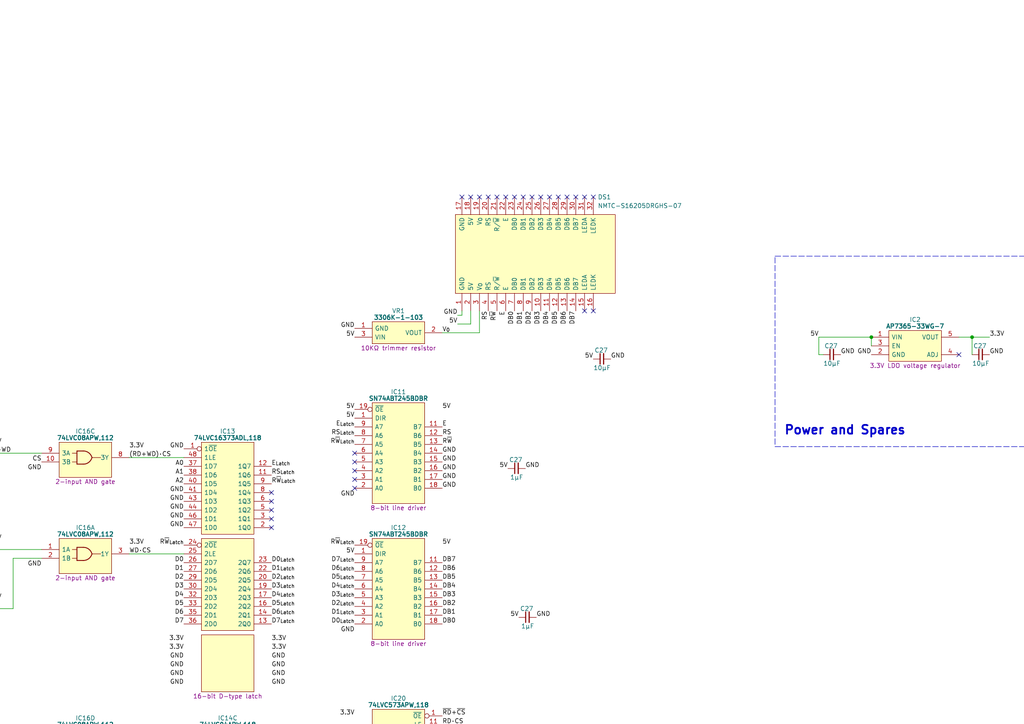
<source format=kicad_sch>
(kicad_sch (version 20230121) (generator eeschema)
  (paper "A4")
  (lib_symbols
    (symbol "Bourns:3306K-1-103" (pin_names (offset 0.762))
      (property "Reference" "VR" (at 12.7 5.08 0))
      (property "Value" "3306K-1-103" (at 12.7 3.175 0))
      (property "Description" "10KΩ trimmer resistor" (at 12.7 -5.715 0))
      (symbol "3306K-1-103_0_0"
        (pin passive line (at 0 0 0) (length 5.08) (name "GND") (number "1"))
        (pin passive line (at 25.4 -1.27 180) (length 5.08) (name "VOUT") (number "2"))
        (pin passive line (at 0 -2.54 0) (length 5.08) (name "VIN") (number "3"))
      )
      (symbol "3306K-1-103_0_1"
        (polyline (pts (xy 5.08 1.905) (xy 20.32 1.905) (xy 20.32 -4.445) (xy 5.08 -4.445) (xy 5.08 1.905)) (stroke (width 0.1524)) (fill (type background)))
      )
    )
    (symbol "C_0805_5" (pin_numbers hide) (pin_names (offset 0.254) hide)
      (property "Reference" "C" (at 2.286 2.54 0))
      (property "Value" "?μF" (at 2.54 -2.54 0))
      (symbol "C_0805_5_0_1"
        (polyline (pts (xy 1.9685 -1.4605) (xy 1.9685 1.5875)) (stroke (width 0.3048)))
        (polyline (pts (xy 2.9845 -1.4605) (xy 2.9845 1.5875)) (stroke (width 0.3302)))
      )
      (symbol "C_0805_5_1_1"
        (pin passive line (at 0 0 0) (length 2.032) (name "~") (number "1"))
        (pin passive line (at 5.08 0 180) (length 2.032) (name "~") (number "2"))
      )
    )
    (symbol "Connector:Conn_01x16_Pin" (pin_names (offset 1.016) hide)
      (property "Reference" "J" (at 0 20.32 0))
      (property "Value" "Conn_01x16_Pin" (at 0 -22.86 0))
      (symbol "Conn_01x16_Pin_1_1"
        (polyline (pts (xy 1.27 -20.32) (xy 0.8636 -20.32)) (stroke (width 0.1524)))
        (polyline (pts (xy 1.27 -17.78) (xy 0.8636 -17.78)) (stroke (width 0.1524)))
        (polyline (pts (xy 1.27 -15.24) (xy 0.8636 -15.24)) (stroke (width 0.1524)))
        (polyline (pts (xy 1.27 -12.7) (xy 0.8636 -12.7)) (stroke (width 0.1524)))
        (polyline (pts (xy 1.27 -10.16) (xy 0.8636 -10.16)) (stroke (width 0.1524)))
        (polyline (pts (xy 1.27 -7.62) (xy 0.8636 -7.62)) (stroke (width 0.1524)))
        (polyline (pts (xy 1.27 -5.08) (xy 0.8636 -5.08)) (stroke (width 0.1524)))
        (polyline (pts (xy 1.27 -2.54) (xy 0.8636 -2.54)) (stroke (width 0.1524)))
        (polyline (pts (xy 1.27 0) (xy 0.8636 0)) (stroke (width 0.1524)))
        (polyline (pts (xy 1.27 2.54) (xy 0.8636 2.54)) (stroke (width 0.1524)))
        (polyline (pts (xy 1.27 5.08) (xy 0.8636 5.08)) (stroke (width 0.1524)))
        (polyline (pts (xy 1.27 7.62) (xy 0.8636 7.62)) (stroke (width 0.1524)))
        (polyline (pts (xy 1.27 10.16) (xy 0.8636 10.16)) (stroke (width 0.1524)))
        (polyline (pts (xy 1.27 12.7) (xy 0.8636 12.7)) (stroke (width 0.1524)))
        (polyline (pts (xy 1.27 15.24) (xy 0.8636 15.24)) (stroke (width 0.1524)))
        (polyline (pts (xy 1.27 17.78) (xy 0.8636 17.78)) (stroke (width 0.1524)))
        (rectangle (start 0.8636 -20.193) (end 0 -20.447) (stroke (width 0.1524)) (fill (type outline)))
        (rectangle (start 0.8636 -17.653) (end 0 -17.907) (stroke (width 0.1524)) (fill (type outline)))
        (rectangle (start 0.8636 -15.113) (end 0 -15.367) (stroke (width 0.1524)) (fill (type outline)))
        (rectangle (start 0.8636 -12.573) (end 0 -12.827) (stroke (width 0.1524)) (fill (type outline)))
        (rectangle (start 0.8636 -10.033) (end 0 -10.287) (stroke (width 0.1524)) (fill (type outline)))
        (rectangle (start 0.8636 -7.493) (end 0 -7.747) (stroke (width 0.1524)) (fill (type outline)))
        (rectangle (start 0.8636 -4.953) (end 0 -5.207) (stroke (width 0.1524)) (fill (type outline)))
        (rectangle (start 0.8636 -2.413) (end 0 -2.667) (stroke (width 0.1524)) (fill (type outline)))
        (rectangle (start 0.8636 0.127) (end 0 -0.127) (stroke (width 0.1524)) (fill (type outline)))
        (rectangle (start 0.8636 2.667) (end 0 2.413) (stroke (width 0.1524)) (fill (type outline)))
        (rectangle (start 0.8636 5.207) (end 0 4.953) (stroke (width 0.1524)) (fill (type outline)))
        (rectangle (start 0.8636 7.747) (end 0 7.493) (stroke (width 0.1524)) (fill (type outline)))
        (rectangle (start 0.8636 10.287) (end 0 10.033) (stroke (width 0.1524)) (fill (type outline)))
        (rectangle (start 0.8636 12.827) (end 0 12.573) (stroke (width 0.1524)) (fill (type outline)))
        (rectangle (start 0.8636 15.367) (end 0 15.113) (stroke (width 0.1524)) (fill (type outline)))
        (rectangle (start 0.8636 17.907) (end 0 17.653) (stroke (width 0.1524)) (fill (type outline)))
        (pin passive line (at 5.08 17.78 180) (length 3.81) (name "Pin_1") (number "1"))
        (pin passive line (at 5.08 -5.08 180) (length 3.81) (name "Pin_10") (number "10"))
        (pin passive line (at 5.08 -7.62 180) (length 3.81) (name "Pin_11") (number "11"))
        (pin passive line (at 5.08 -10.16 180) (length 3.81) (name "Pin_12") (number "12"))
        (pin passive line (at 5.08 -12.7 180) (length 3.81) (name "Pin_13") (number "13"))
        (pin passive line (at 5.08 -15.24 180) (length 3.81) (name "Pin_14") (number "14"))
        (pin passive line (at 5.08 -17.78 180) (length 3.81) (name "Pin_15") (number "15"))
        (pin passive line (at 5.08 -20.32 180) (length 3.81) (name "Pin_16") (number "16"))
        (pin passive line (at 5.08 15.24 180) (length 3.81) (name "Pin_2") (number "2"))
        (pin passive line (at 5.08 12.7 180) (length 3.81) (name "Pin_3") (number "3"))
        (pin passive line (at 5.08 10.16 180) (length 3.81) (name "Pin_4") (number "4"))
        (pin passive line (at 5.08 7.62 180) (length 3.81) (name "Pin_5") (number "5"))
        (pin passive line (at 5.08 5.08 180) (length 3.81) (name "Pin_6") (number "6"))
        (pin passive line (at 5.08 2.54 180) (length 3.81) (name "Pin_7") (number "7"))
        (pin passive line (at 5.08 0 180) (length 3.81) (name "Pin_8") (number "8"))
        (pin passive line (at 5.08 -2.54 180) (length 3.81) (name "Pin_9") (number "9"))
      )
    )
    (symbol "Diodes_Inc:AP7365-33WG-7" (pin_names (offset 0.762))
      (property "Reference" "IC" (at 12.7 5.08 0))
      (property "Value" "AP7365-33WG-7" (at 12.7 3.175 0))
      (property "Description" "3.3V LDO voltage regulator" (at 12.7 -8.255 0))
      (symbol "AP7365-33WG-7_0_0"
        (pin passive line (at 0 0 0) (length 5.08) (name "VIN") (number "1"))
        (pin passive line (at 0 -5.08 0) (length 5.08) (name "GND") (number "2"))
        (pin input line (at 0 -2.54 0) (length 5.08) (name "EN") (number "3"))
        (pin passive line (at 25.4 -5.08 180) (length 5.08) (name "ADJ") (number "4"))
        (pin passive line (at 25.4 0 180) (length 5.08) (name "VOUT") (number "5"))
      )
      (symbol "AP7365-33WG-7_0_1"
        (polyline (pts (xy 5.08 1.905) (xy 20.32 1.905) (xy 20.32 -6.985) (xy 5.08 -6.985) (xy 5.08 1.905)) (fill (type background)))
      )
    )
    (symbol "NMTC:NMTC-S16205DRGHS-07" (pin_names (offset 0.762))
      (property "Reference" "DS" (at 35.56 -21.59 0))
      (property "Value" "NMTC-S16205DRGHS-07" (at 35.56 -24.13 0))
      (symbol "NMTC-S16205DRGHS-07_0_0"
        (pin passive line (at -3.81 -54.61 90) (length 5.08) (name "GND") (number "1"))
        (pin bidirectional line (at 19.05 -54.61 90) (length 5.08) (name "DB3") (number "10"))
        (pin bidirectional line (at 21.59 -54.61 90) (length 5.08) (name "DB4") (number "11"))
        (pin bidirectional line (at 24.13 -54.61 90) (length 5.08) (name "DB5") (number "12"))
        (pin bidirectional line (at 26.67 -54.61 90) (length 5.08) (name "DB6") (number "13"))
        (pin bidirectional line (at 29.21 -54.61 90) (length 5.08) (name "DB7") (number "14"))
        (pin passive line (at 31.75 -54.61 90) (length 5.08) (name "LEDA") (number "15"))
        (pin passive line (at 34.29 -54.61 90) (length 5.08) (name "LEDK") (number "16"))
        (pin passive line (at -3.81 -21.59 270) (length 5.08) (name "GND") (number "17"))
        (pin passive line (at -1.27 -21.59 270) (length 5.08) (name "5V") (number "18"))
        (pin passive line (at 1.27 -21.59 270) (length 5.08) (name "V_{O}") (number "19"))
        (pin passive line (at -1.27 -54.61 90) (length 5.08) (name "5V") (number "2"))
        (pin input line (at 3.81 -21.59 270) (length 5.08) (name "RS") (number "20"))
        (pin input line (at 6.35 -21.59 270) (length 5.08) (name "R/~{W}") (number "21"))
        (pin input line (at 8.89 -21.59 270) (length 5.08) (name "E") (number "22"))
        (pin bidirectional line (at 11.43 -21.59 270) (length 5.08) (name "DB0") (number "23"))
        (pin bidirectional line (at 13.97 -21.59 270) (length 5.08) (name "DB1") (number "24"))
        (pin bidirectional line (at 16.51 -21.59 270) (length 5.08) (name "DB2") (number "25"))
        (pin bidirectional line (at 19.05 -21.59 270) (length 5.08) (name "DB3") (number "26"))
        (pin bidirectional line (at 21.59 -21.59 270) (length 5.08) (name "DB4") (number "27"))
        (pin bidirectional line (at 24.13 -21.59 270) (length 5.08) (name "DB5") (number "28"))
        (pin bidirectional line (at 26.67 -21.59 270) (length 5.08) (name "DB6") (number "29"))
        (pin passive line (at 1.27 -54.61 90) (length 5.08) (name "V_{O}") (number "3"))
        (pin bidirectional line (at 29.21 -21.59 270) (length 5.08) (name "DB7") (number "30"))
        (pin passive line (at 31.75 -21.59 270) (length 5.08) (name "LEDA") (number "31"))
        (pin passive line (at 34.29 -21.59 270) (length 5.08) (name "LEDK") (number "32"))
        (pin input line (at 3.81 -54.61 90) (length 5.08) (name "RS") (number "4"))
        (pin input line (at 6.35 -54.61 90) (length 5.08) (name "R/~{W}") (number "5"))
        (pin input line (at 8.89 -54.61 90) (length 5.08) (name "E") (number "6"))
        (pin bidirectional line (at 11.43 -54.61 90) (length 5.08) (name "DB0") (number "7"))
        (pin bidirectional line (at 13.97 -54.61 90) (length 5.08) (name "DB1") (number "8"))
        (pin bidirectional line (at 16.51 -54.61 90) (length 5.08) (name "DB2") (number "9"))
      )
      (symbol "NMTC-S16205DRGHS-07_0_1"
        (polyline (pts (xy -5.715 -49.53) (xy -5.715 -26.67) (xy 40.64 -26.67) (xy 40.64 -49.53) (xy -5.715 -49.53)) (stroke (width 0.1524)) (fill (type background)))
      )
    )
    (symbol "Nexperia:74LVC04APW,118_Multi" (pin_names (offset 0.762))
      (property "Reference" "IC" (at 12.7 7.62 0))
      (property "Value" "74LVC04APW,118" (at 12.7 5.715 0))
      (property "Description" "6-input inverter" (at 12.7 -5.715 0))
      (symbol "74LVC04APW,118_Multi_0_0"
        (pin passive line (at 25.4 2.54 180) (length 5.08) hide (name "3V") (number "14"))
        (pin passive line (at 0 -2.54 0) (length 5.08) hide (name "GND") (number "7"))
      )
      (symbol "74LVC04APW,118_Multi_0_1"
        (polyline (pts (xy 9.525 0) (xy 10.7949 0)))
        (polyline (pts (xy 14.351 0) (xy 15.875 0)))
        (polyline (pts (xy 10.795 -1.016) (xy 13.335 0) (xy 10.795 1.016)) (stroke (width 0.254)))
        (polyline (pts (xy 5.08 4.445) (xy 20.32 4.445) (xy 20.32 -4.445) (xy 5.08 -4.445) (xy 5.08 4.445)) (stroke (width 0.1524)) (fill (type background)))
        (rectangle (start 10.795 1.016) (end 10.795 -1.016) (stroke (width 0.254)) (fill (type background)))
        (circle (center 13.843 0) (radius 0.508) (stroke (width 0.254)))
      )
      (symbol "74LVC04APW,118_Multi_1_0"
        (pin input line (at 0 0 0) (length 5.08) (name "1A") (number "1"))
        (pin output inverted (at 25.4 0 180) (length 5.08) (name "1Y") (number "2"))
      )
      (symbol "74LVC04APW,118_Multi_2_0"
        (pin input line (at 0 0 0) (length 5.08) (name "2A") (number "3"))
        (pin output inverted (at 25.4 0 180) (length 5.08) (name "2Y") (number "4"))
      )
      (symbol "74LVC04APW,118_Multi_3_0"
        (pin input line (at 0 0 0) (length 5.08) (name "3A") (number "5"))
        (pin output inverted (at 25.4 0 180) (length 5.08) (name "3Y") (number "6"))
      )
      (symbol "74LVC04APW,118_Multi_4_0"
        (pin output inverted (at 25.4 0 180) (length 5.08) (name "4Y") (number "8"))
        (pin input line (at 0 0 0) (length 5.08) (name "4A") (number "9"))
      )
      (symbol "74LVC04APW,118_Multi_5_0"
        (pin output inverted (at 25.4 0 180) (length 5.08) (name "5Y") (number "10"))
        (pin input line (at 0 0 0) (length 5.08) (name "5A") (number "11"))
      )
      (symbol "74LVC04APW,118_Multi_6_0"
        (pin output inverted (at 25.4 0 180) (length 5.08) (name "6Y") (number "12"))
        (pin input line (at 0 0 0) (length 5.08) (name "6A") (number "13"))
      )
    )
    (symbol "Nexperia:74LVC08APW,112_Multi" (pin_names (offset 0.762))
      (property "Reference" "IC" (at 12.7 6.35 0))
      (property "Value" "74LVC08APW,112" (at 12.7 4.445 0))
      (property "Description" "2-input AND gate" (at 12.7 -8.255 0))
      (symbol "74LVC08APW,112_Multi_0_0"
        (pin passive line (at 25.4 1.27 180) (length 5.08) hide (name "3V") (number "14"))
        (pin passive line (at 0 -5.08 0) (length 5.08) hide (name "GND") (number "7"))
      )
      (symbol "74LVC08APW,112_Multi_0_1"
        (polyline (pts (xy 8.89 -2.54) (xy 10.1599 -2.54)))
        (polyline (pts (xy 8.89 0) (xy 10.1599 0)))
        (polyline (pts (xy 10.248 0.635) (xy 10.248 -3.175)) (stroke (width 0.254)) (fill (type background)))
        (polyline (pts (xy 12.065 -3.175) (xy 10.248 -3.175)) (stroke (width 0.254)) (fill (type background)))
        (polyline (pts (xy 12.065 0.635) (xy 10.248 0.635)) (stroke (width 0.254)) (fill (type background)))
        (polyline (pts (xy 14.605 -1.27) (xy 17.145 -1.27)))
        (polyline (pts (xy 5.08 3.175) (xy 20.32 3.175) (xy 20.32 -6.985) (xy 5.08 -6.985) (xy 5.08 3.175)) (stroke (width 0.1524)) (fill (type background)))
        (arc (start 12.065 -3.175) (mid 13.6634 -2.6604) (end 14.605 -1.27) (stroke (width 0.254)))
        (arc (start 14.605 -1.27) (mid 13.6646 0.122) (end 12.065 0.635) (stroke (width 0.254)))
      )
      (symbol "74LVC08APW,112_Multi_1_0"
        (pin input line (at 0 0 0) (length 5.08) (name "1A") (number "1"))
        (pin input line (at 0 -2.54 0) (length 5.08) (name "1B") (number "2"))
        (pin passive line (at 25.4 -1.27 180) (length 5.08) (name "1Y") (number "3"))
      )
      (symbol "74LVC08APW,112_Multi_2_0"
        (pin input line (at 0 0 0) (length 5.08) (name "2A") (number "4"))
        (pin input line (at 0 -2.54 0) (length 5.08) (name "2B") (number "5"))
        (pin output line (at 25.4 -1.27 180) (length 5.08) (name "2Y") (number "6"))
      )
      (symbol "74LVC08APW,112_Multi_3_0"
        (pin input line (at 0 -2.54 0) (length 5.08) (name "3B") (number "10"))
        (pin output line (at 25.4 -1.27 180) (length 5.08) (name "3Y") (number "8"))
        (pin input line (at 0 0 0) (length 5.08) (name "3A") (number "9"))
      )
      (symbol "74LVC08APW,112_Multi_4_0"
        (pin output line (at 25.4 -1.27 180) (length 5.08) (name "4Y") (number "11"))
        (pin input line (at 0 0 0) (length 5.08) (name "4A") (number "12"))
        (pin input line (at 0 -2.54 0) (length 5.08) (name "4B") (number "13"))
      )
    )
    (symbol "Nexperia:74LVC16373ADL,118" (pin_names (offset 0.762))
      (property "Reference" "IC" (at 12.7 5.08 0))
      (property "Value" "74LVC16373ADL,118" (at 12.7 3.175 0))
      (property "Description" "16-bit D-type latch" (at 12.7 -71.755 0))
      (symbol "74LVC16373ADL,118_0_0"
        (pin input inverted (at 0 0 0) (length 5.08) (name "1~{OE}") (number "1"))
        (pin tri_state line (at 25.4 -7.62 180) (length 5.08) (name "1Q6") (number "11"))
        (pin tri_state line (at 25.4 -5.08 180) (length 5.08) (name "1Q7") (number "12"))
        (pin tri_state line (at 25.4 -50.8 180) (length 5.08) (name "2Q0") (number "13"))
        (pin tri_state line (at 25.4 -48.26 180) (length 5.08) (name "2Q1") (number "14"))
        (pin tri_state line (at 25.4 -45.72 180) (length 5.08) (name "2Q2") (number "16"))
        (pin tri_state line (at 25.4 -43.18 180) (length 5.08) (name "2Q3") (number "17"))
        (pin tri_state line (at 25.4 -40.64 180) (length 5.08) (name "2Q4") (number "19"))
        (pin tri_state line (at 25.4 -22.86 180) (length 5.08) (name "1Q0") (number "2"))
        (pin tri_state line (at 25.4 -38.1 180) (length 5.08) (name "2Q5") (number "20"))
        (pin tri_state line (at 25.4 -35.56 180) (length 5.08) (name "2Q6") (number "22"))
        (pin tri_state line (at 25.4 -33.02 180) (length 5.08) (name "2Q7") (number "23"))
        (pin input inverted (at 0 -27.94 0) (length 5.08) (name "2~{OE}") (number "24"))
        (pin input line (at 0 -30.48 0) (length 5.08) (name "2LE") (number "25"))
        (pin input line (at 0 -33.02 0) (length 5.08) (name "2D7") (number "26"))
        (pin input line (at 0 -35.56 0) (length 5.08) (name "2D6") (number "27"))
        (pin input line (at 0 -38.1 0) (length 5.08) (name "2D5") (number "29"))
        (pin tri_state line (at 25.4 -20.32 180) (length 5.08) (name "1Q1") (number "3"))
        (pin input line (at 0 -40.64 0) (length 5.08) (name "2D4") (number "30"))
        (pin input line (at 0 -43.18 0) (length 5.08) (name "2D3") (number "32"))
        (pin input line (at 0 -45.72 0) (length 5.08) (name "2D2") (number "33"))
        (pin input line (at 0 -48.26 0) (length 5.08) (name "2D1") (number "35"))
        (pin input line (at 0 -50.8 0) (length 5.08) (name "2D0") (number "36"))
        (pin input line (at 0 -5.08 0) (length 5.08) (name "1D7") (number "37"))
        (pin input line (at 0 -10.16 0) (length 5.08) (name "1D5") (number "40"))
        (pin input line (at 0 -12.7 0) (length 5.08) (name "1D4") (number "41"))
        (pin input line (at 0 -15.24 0) (length 5.08) (name "1D3") (number "43"))
        (pin input line (at 0 -17.78 0) (length 5.08) (name "1D2") (number "44"))
        (pin input line (at 0 -20.32 0) (length 5.08) (name "1D1") (number "46"))
        (pin input line (at 0 -22.86 0) (length 5.08) (name "1D0") (number "47"))
        (pin input line (at 0 -2.54 0) (length 5.08) (name "1LE") (number "48"))
        (pin tri_state line (at 25.4 -17.78 180) (length 5.08) (name "1Q2") (number "5"))
        (pin tri_state line (at 25.4 -15.24 180) (length 5.08) (name "1Q3") (number "6"))
        (pin tri_state line (at 25.4 -12.7 180) (length 5.08) (name "1Q4") (number "8"))
        (pin tri_state line (at 25.4 -10.16 180) (length 5.08) (name "1Q5") (number "9"))
      )
      (symbol "74LVC16373ADL,118_0_1"
        (polyline (pts (xy 5.08 -53.975) (xy 20.32 -53.975) (xy 20.32 -70.485) (xy 5.08 -70.485) (xy 5.08 -53.975)) (stroke (width 0.1524)) (fill (type background)))
        (polyline (pts (xy 5.08 -26.035) (xy 20.32 -26.035) (xy 20.32 -52.705) (xy 5.08 -52.705) (xy 5.08 -26.035)) (stroke (width 0.1524)) (fill (type background)))
        (polyline (pts (xy 5.08 1.905) (xy 20.32 1.905) (xy 20.32 -24.765) (xy 5.08 -24.765) (xy 5.08 1.905)) (stroke (width 0.1524)) (fill (type background)))
      )
      (symbol "74LVC16373ADL,118_1_0"
        (pin passive line (at 0 -63.5 0) (length 5.08) hide (name "GND") (number "10"))
        (pin passive line (at 0 -66.04 0) (length 5.08) hide (name "GND") (number "15"))
        (pin passive line (at 0 -58.42 0) (length 5.08) hide (name "3V") (number "18"))
        (pin passive line (at 0 -68.58 0) (length 5.08) hide (name "GND") (number "21"))
        (pin passive line (at 25.4 -68.58 180) (length 5.08) hide (name "GND") (number "28"))
        (pin passive line (at 25.4 -58.42 180) (length 5.08) hide (name "3V") (number "31"))
        (pin passive line (at 25.4 -66.04 180) (length 5.08) hide (name "GND") (number "34"))
        (pin input line (at 0 -7.62 0) (length 5.08) (name "1D6") (number "38"))
        (pin passive line (at 25.4 -63.5 180) (length 5.08) hide (name "GND") (number "39"))
        (pin passive line (at 0 -60.96 0) (length 5.08) hide (name "GND") (number "4"))
        (pin passive line (at 25.4 -55.88 180) (length 5.08) hide (name "3V") (number "42"))
        (pin passive line (at 25.4 -60.96 180) (length 5.08) hide (name "GND") (number "45"))
        (pin passive line (at 0 -55.88 0) (length 5.08) hide (name "3V") (number "7"))
      )
    )
    (symbol "Nexperia:74LVC573APW,118" (pin_names (offset 0.762))
      (property "Reference" "IC" (at 12.7 5.08 0))
      (property "Value" "74LVC573APW,118" (at 12.7 3.175 0))
      (property "Description" "8-bit D-type latch" (at 12.7 -28.575 0))
      (symbol "74LVC573APW,118_0_0"
        (pin input inverted (at 0 0 0) (length 5.08) (name "~{OE}") (number "1"))
        (pin passive line (at 0 -25.4 0) (length 5.08) hide (name "GND") (number "10"))
        (pin input line (at 0 -2.54 0) (length 5.08) (name "LE") (number "11"))
        (pin tri_state line (at 25.4 -5.08 180) (length 5.08) (name "Q7") (number "12"))
        (pin tri_state line (at 25.4 -7.62 180) (length 5.08) (name "Q6") (number "13"))
        (pin tri_state line (at 25.4 -10.16 180) (length 5.08) (name "Q5") (number "14"))
        (pin tri_state line (at 25.4 -12.7 180) (length 5.08) (name "Q4") (number "15"))
        (pin tri_state line (at 25.4 -15.24 180) (length 5.08) (name "Q3") (number "16"))
        (pin tri_state line (at 25.4 -17.78 180) (length 5.08) (name "Q2") (number "17"))
        (pin tri_state line (at 25.4 -20.32 180) (length 5.08) (name "Q1") (number "18"))
        (pin tri_state line (at 25.4 -22.86 180) (length 5.08) (name "Q0") (number "19"))
        (pin input line (at 0 -22.86 0) (length 5.08) (name "D0") (number "2"))
        (pin passive line (at 25.4 0 180) (length 5.08) hide (name "3V") (number "20"))
        (pin input line (at 0 -20.32 0) (length 5.08) (name "D1") (number "3"))
        (pin input line (at 0 -17.78 0) (length 5.08) (name "D2") (number "4"))
        (pin input line (at 0 -15.24 0) (length 5.08) (name "D3") (number "5"))
        (pin input line (at 0 -12.7 0) (length 5.08) (name "D4") (number "6"))
        (pin input line (at 0 -10.16 0) (length 5.08) (name "D5") (number "7"))
        (pin input line (at 0 -7.62 0) (length 5.08) (name "D6") (number "8"))
        (pin input line (at 0 -5.08 0) (length 5.08) (name "D7") (number "9"))
      )
      (symbol "74LVC573APW,118_0_1"
        (polyline (pts (xy 5.08 1.905) (xy 20.32 1.905) (xy 20.32 -27.305) (xy 5.08 -27.305) (xy 5.08 1.905)) (stroke (width 0.1524)) (fill (type background)))
      )
    )
    (symbol "Texas_Instruments:SN74ABT245BDBR" (pin_names (offset 0.762))
      (property "Reference" "IC" (at 12.7 5.08 0))
      (property "Value" "SN74ABT245BDBR" (at 12.7 3.175 0))
      (property "Description" "8-bit line driver" (at 12.7 -28.575 0))
      (symbol "SN74ABT245BDBR_0_0"
        (pin input line (at 0 -2.54 0) (length 5.08) (name "DIR") (number "1"))
        (pin passive line (at 0 -25.4 0) (length 5.08) hide (name "GND") (number "10"))
        (pin tri_state line (at 25.4 -5.08 180) (length 5.08) (name "B7") (number "11"))
        (pin tri_state line (at 25.4 -7.62 180) (length 5.08) (name "B6") (number "12"))
        (pin tri_state line (at 25.4 -10.16 180) (length 5.08) (name "B5") (number "13"))
        (pin tri_state line (at 25.4 -12.7 180) (length 5.08) (name "B4") (number "14"))
        (pin tri_state line (at 25.4 -15.24 180) (length 5.08) (name "B3") (number "15"))
        (pin tri_state line (at 25.4 -17.78 180) (length 5.08) (name "B2") (number "16"))
        (pin tri_state line (at 25.4 -20.32 180) (length 5.08) (name "B1") (number "17"))
        (pin tri_state line (at 25.4 -22.86 180) (length 5.08) (name "B0") (number "18"))
        (pin input inverted (at 0 0 0) (length 5.08) (name "~{OE}") (number "19"))
        (pin tri_state line (at 0 -22.86 0) (length 5.08) (name "A0") (number "2"))
        (pin passive line (at 25.4 0 180) (length 5.08) hide (name "5V") (number "20"))
        (pin tri_state line (at 0 -20.32 0) (length 5.08) (name "A1") (number "3"))
        (pin tri_state line (at 0 -17.78 0) (length 5.08) (name "A2") (number "4"))
        (pin tri_state line (at 0 -15.24 0) (length 5.08) (name "A3") (number "5"))
        (pin tri_state line (at 0 -12.7 0) (length 5.08) (name "A4") (number "6"))
        (pin tri_state line (at 0 -10.16 0) (length 5.08) (name "A5") (number "7"))
        (pin tri_state line (at 0 -7.62 0) (length 5.08) (name "A6") (number "8"))
        (pin tri_state line (at 0 -5.08 0) (length 5.08) (name "A7") (number "9"))
      )
      (symbol "SN74ABT245BDBR_0_1"
        (polyline (pts (xy 5.08 1.905) (xy 20.32 1.905) (xy 20.32 -27.305) (xy 5.08 -27.305) (xy 5.08 1.905)) (stroke (width 0.1524)) (fill (type background)))
      )
    )
  )
  (junction (at 252.73 97.79))
  (junction (at 281.94 97.79))
  (no_connect (at 102.87 131.445))
  (no_connect (at 102.87 136.525))
  (no_connect (at 159.385 57.15))
  (no_connect (at 172.085 90.17))
  (no_connect (at 278.13 102.87))
  (no_connect (at -72.39 209.55))
  (no_connect (at 78.74 147.955))
  (no_connect (at 78.74 150.495))
  (no_connect (at 133.985 57.15))
  (no_connect (at -72.39 201.93))
  (no_connect (at 156.845 57.15))
  (no_connect (at -72.39 204.47))
  (no_connect (at 141.605 57.15))
  (no_connect (at 169.545 90.17))
  (no_connect (at 102.87 139.065))
  (no_connect (at -72.39 217.17))
  (no_connect (at -72.39 179.07))
  (no_connect (at 102.87 133.985))
  (no_connect (at 78.74 153.035))
  (no_connect (at 139.065 57.15))
  (no_connect (at 136.525 57.15))
  (no_connect (at 172.085 57.15))
  (no_connect (at 149.225 57.15))
  (no_connect (at 144.145 57.15))
  (no_connect (at 161.925 57.15))
  (no_connect (at 154.305 57.15))
  (no_connect (at -72.39 207.01))
  (no_connect (at -111.76 191.77))
  (no_connect (at 169.545 57.15))
  (no_connect (at 333.375 118.11))
  (no_connect (at 78.74 142.875))
  (no_connect (at -111.76 179.07))
  (no_connect (at 167.005 57.15))
  (no_connect (at 151.765 57.15))
  (no_connect (at -72.39 212.09))
  (no_connect (at 146.685 57.15))
  (no_connect (at 78.74 145.415))
  (no_connect (at 102.87 141.605))
  (no_connect (at 164.465 57.15))
  (wire (pts (xy -78.74 186.69) (xy -72.39 186.69)))
  (wire (pts (xy 3.81 176.53) (xy -3.81 176.53)))
  (wire (pts (xy -78.74 214.63) (xy -72.39 214.63)))
  (wire (pts (xy -105.41 196.85) (xy -111.76 196.85)))
  (wire (pts (xy 37.465 132.715) (xy 53.34 132.715)))
  (wire (pts (xy -78.74 194.31) (xy -72.39 194.31)))
  (wire (pts (xy 136.525 93.98) (xy 132.715 93.98)))
  (wire (pts (xy -78.74 179.07) (xy -72.39 179.07)))
  (wire (pts (xy 37.465 215.9) (xy 53.34 215.9)))
  (wire (pts (xy -105.41 212.09) (xy -111.76 212.09)))
  (wire (pts (xy -3.81 131.445) (xy 12.065 131.445)))
  (wire (pts (xy -78.74 196.85) (xy -72.39 196.85)))
  (wire (pts (xy -105.41 204.47) (xy -111.76 204.47)))
  (wire (pts (xy -105.41 186.69) (xy -111.76 186.69)))
  (wire (pts (xy -78.74 199.39) (xy -72.39 199.39)))
  (wire (pts (xy -105.41 207.01) (xy -111.76 207.01)))
  (wire (pts (xy -78.74 207.01) (xy -72.39 207.01)))
  (wire (pts (xy -105.41 209.55) (xy -111.76 209.55)))
  (wire (pts (xy 237.49 97.79) (xy 252.73 97.79)))
  (wire (pts (xy -105.41 181.61) (xy -111.76 181.61)))
  (wire (pts (xy -78.74 204.47) (xy -72.39 204.47)))
  (wire (pts (xy -105.41 214.63) (xy -111.76 214.63)))
  (wire (pts (xy 278.13 97.79) (xy 281.94 97.79)))
  (wire (pts (xy -78.74 217.17) (xy -72.39 217.17)))
  (wire (pts (xy -105.41 184.15) (xy -111.76 184.15)))
  (wire (pts (xy 281.94 102.87) (xy 281.94 97.79)))
  (wire (pts (xy 133.985 90.17) (xy 133.985 91.44)))
  (wire (pts (xy -105.41 179.07) (xy -111.76 179.07)))
  (wire (pts (xy 139.065 90.17) (xy 139.065 96.52)))
  (wire (pts (xy 12.065 161.925) (xy 3.81 161.925)))
  (wire (pts (xy 281.94 97.79) (xy 287.02 97.79)))
  (wire (pts (xy -3.81 217.17) (xy 12.065 217.17)))
  (wire (pts (xy -78.74 189.23) (xy -72.39 189.23)))
  (wire (pts (xy -78.74 209.55) (xy -72.39 209.55)))
  (wire (pts (xy 128.27 96.52) (xy 139.065 96.52)))
  (wire (pts (xy -3.81 159.385) (xy 12.065 159.385)))
  (wire (pts (xy -78.74 201.93) (xy -72.39 201.93)))
  (wire (pts (xy -78.74 181.61) (xy -72.39 181.61)))
  (wire (pts (xy 237.49 102.87) (xy 238.76 102.87)))
  (wire (pts (xy -105.41 191.77) (xy -111.76 191.77)))
  (wire (pts (xy -105.41 201.93) (xy -111.76 201.93)))
  (wire (pts (xy -105.41 194.31) (xy -111.76 194.31)))
  (wire (pts (xy -78.74 212.09) (xy -72.39 212.09)))
  (wire (pts (xy 136.525 90.17) (xy 136.525 93.98)))
  (wire (pts (xy -78.74 184.15) (xy -72.39 184.15)))
  (wire (pts (xy -105.41 217.17) (xy -111.76 217.17)))
  (wire (pts (xy 133.985 91.44) (xy 132.715 91.44)))
  (wire (pts (xy 237.49 97.79) (xy 237.49 102.87)))
  (wire (pts (xy 252.73 97.79) (xy 252.73 100.33)))
  (wire (pts (xy -45.085 131.445) (xy -29.21 131.445)))
  (wire (pts (xy 3.81 161.925) (xy 3.81 176.53)))
  (wire (pts (xy 37.465 160.655) (xy 53.34 160.655)))
  (wire (pts (xy -105.41 189.23) (xy -111.76 189.23)))
  (wire (pts (xy -105.41 199.39) (xy -111.76 199.39)))
  (wire (pts (xy -78.74 191.77) (xy -72.39 191.77)))
  (rectangle (start 224.79 74.295) (end 339.725 129.54) (stroke (width 0) (type dash)))
  (text "Power and Spares" (at 227.33 126.365 0) (effects (font (size 2.54 2.54) (thickness 0.508) bold) (justify left bottom)))
  (label "GND" (at 307.975 118.11 180))
  (label "D0_{Latch}" (at 102.87 180.975 180))
  (label "D5" (at -111.76 209.55 180))
  (label "GND" (at -72.39 186.69 0))
  (label "D7" (at 53.34 180.975 180))
  (label "3.3V" (at 74.93 241.935 180))
  (label "A0" (at -72.39 191.77 0))
  (label "DB5" (at 128.27 225.425 0))
  (label "DB2" (at 128.27 217.805 0))
  (label "RS_{Latch}" (at 102.87 126.365 180))
  (label "DB7" (at 167.005 90.17 270))
  (label "~{RD}" (at -70.485 130.175 180))
  (label "GND" (at -29.21 161.925 180))
  (label "GND" (at 307.975 120.65 180))
  (label "R~{W}" (at 128.27 128.905 0))
  (label "DB4" (at 128.27 222.885 0))
  (label "DB0" (at 128.27 212.725 0))
  (label "D5" (at 53.34 175.895 180))
  (label "DB7" (at 128.27 230.505 0))
  (label "GND" (at -15.875 243.205 0))
  (label "GND" (at 53.34 150.495 180))
  (label "E_{Latch}" (at 78.74 135.255 0))
  (label "WD·CS" (at 37.465 160.655 0))
  (label "3.3V" (at -3.81 128.905 0))
  (label "5V" (at 128.27 118.745 0))
  (label "CS" (at 12.065 133.985 180))
  (label "E_{Latch}" (at 102.87 123.825 180))
  (label "(RD+WD)·CS" (at 37.465 132.715 0))
  (label "D4" (at -111.76 207.01 180))
  (label "D6_{Latch}" (at 102.87 165.735 180))
  (label "GND" (at 128.27 233.045 0))
  (label "D7_{Latch}" (at 78.74 180.975 0))
  (label "GND" (at 152.4 135.89 0))
  (label "5V" (at 150.495 179.07 180))
  (label "3.3V" (at 287.02 97.79 0))
  (label "D1_{Latch}" (at 102.87 178.435 180))
  (label "DB3" (at 128.27 220.345 0))
  (label "3.3V" (at 37.465 213.36 0))
  (label "A1" (at -72.39 194.31 0))
  (label "3.3V" (at 37.465 130.175 0))
  (label "RD" (at -3.81 217.17 0))
  (label "3.3V" (at 37.465 158.115 0))
  (label "DB5" (at 161.925 90.17 270))
  (label "5V" (at 147.32 135.89 180))
  (label "D1" (at 102.87 215.265 180))
  (label "DB3" (at 128.27 173.355 0))
  (label "D6" (at -111.76 212.09 180))
  (label "D3" (at -111.76 204.47 180))
  (label "D5_{Latch}" (at 102.87 168.275 180))
  (label "3.3V" (at 102.87 207.645 180))
  (label "GND" (at -29.21 179.07 180))
  (label "GND" (at -29.21 219.71 180))
  (label "E" (at 146.685 90.17 270))
  (label "GND" (at 177.165 104.14 0))
  (label "DB6" (at 128.27 227.965 0))
  (label "GND" (at 78.74 198.755 0))
  (label "D3_{Latch}" (at 78.74 170.815 0))
  (label "5V" (at -72.39 199.39 0))
  (label "D3_{Latch}" (at 102.87 173.355 180))
  (label "RD·CS" (at 37.465 215.9 0))
  (label "5V" (at 102.87 97.79 180))
  (label "GND" (at -29.21 133.985 180))
  (label "GND" (at 128.27 139.065 0))
  (label "CS" (at 12.065 214.63 180))
  (label "R~{W}_{Latch}" (at 102.87 158.115 180))
  (label "D4_{Latch}" (at 102.87 170.815 180))
  (label "GND" (at 128.27 136.525 0))
  (label "D2" (at 53.34 168.275 180))
  (label "GND" (at -111.76 214.63 180))
  (label "GND" (at 287.02 102.87 0))
  (label "DB1" (at 128.27 215.265 0))
  (label "GND" (at 132.715 91.44 180))
  (label "5V" (at 102.87 121.285 180))
  (label "RD+WD" (at -3.81 131.445 0))
  (label "GND" (at 78.74 193.675 0))
  (label "3.3V" (at -3.81 214.63 0))
  (label "GND" (at 53.34 142.875 180))
  (label "D4" (at 53.34 173.355 180))
  (label "DB2" (at 154.305 90.17 270))
  (label "DB1" (at 151.765 90.17 270))
  (label "A2" (at 53.34 140.335 180))
  (label "GND" (at -72.39 181.61 0))
  (label "3.3V" (at -3.81 173.99 0))
  (label "GND" (at 53.34 145.415 180))
  (label "3.3V" (at -3.81 156.845 0))
  (label "3.3V" (at 53.34 188.595 180))
  (label "~{CS}" (at -111.76 189.23 180))
  (label "GND" (at 53.34 193.675 180))
  (label "E" (at 128.27 123.825 0))
  (label "A1" (at 53.34 137.795 180))
  (label "3.3V" (at 78.74 188.595 0))
  (label "V_{0}" (at 128.27 96.52 0))
  (label "GND" (at 53.34 198.755 180))
  (label "3.3V" (at -20.955 243.205 180))
  (label "3.3V" (at 333.375 115.57 0))
  (label "DB0" (at 128.27 180.975 0))
  (label "GND" (at 53.34 147.955 180))
  (label "R~{W}_{Latch}" (at 53.34 158.115 180))
  (label "3.3V" (at 59.055 241.935 180))
  (label "DB4" (at 159.385 90.17 270))
  (label "DB0" (at 149.225 90.17 270))
  (label "DB3" (at 156.845 90.17 270))
  (label "3.3V" (at 27.305 242.57 180))
  (label "GND" (at 78.74 191.135 0))
  (label "D1" (at -111.76 199.39 180))
  (label "GND" (at 243.84 102.87 0))
  (label "5V" (at 102.87 118.745 180))
  (label "GND" (at 12.065 136.525 180))
  (label "~{CS}" (at -29.21 159.385 180))
  (label "GND" (at -70.485 135.255 180))
  (label "5V" (at 172.085 104.14 180))
  (label "3.3V" (at 53.34 186.055 180))
  (label "GND" (at 155.575 179.07 0))
  (label "5V" (at 237.49 97.79 180))
  (label "5V" (at 128.27 158.115 0))
  (label "GND" (at 12.065 219.71 180))
  (label "R~{W}_{Latch}" (at 78.74 140.335 0))
  (label "D5" (at 102.87 225.425 180))
  (label "R~{W}" (at 144.145 90.17 270))
  (label "A0" (at 53.34 135.255 180))
  (label "GND" (at 53.34 191.135 180))
  (label "GND" (at -111.76 181.61 180))
  (label "D6_{Latch}" (at 78.74 178.435 0))
  (label "DB7" (at 128.27 163.195 0))
  (label "A2" (at -72.39 196.85 0))
  (label "R~{W}_{Latch}" (at 102.87 128.905 180))
  (label "GND" (at 53.34 153.035 180))
  (label "~{RD}" (at -111.76 184.15 180))
  (label "D2_{Latch}" (at 78.74 168.275 0))
  (label "GND" (at -72.39 184.15 0))
  (label "GND" (at 102.87 183.515 180))
  (label "D5_{Latch}" (at 78.74 175.895 0))
  (label "3.3V" (at 78.74 213.36 0))
  (label "DB1" (at 128.27 178.435 0))
  (label "GND" (at 78.74 196.215 0))
  (label "DB2" (at 128.27 175.895 0))
  (label "D7" (at -111.76 217.17 180))
  (label "GND" (at 102.87 95.25 180))
  (label "GND" (at 102.87 144.145 180))
  (label "GND" (at 128.27 141.605 0))
  (label "D0" (at -111.76 194.31 180))
  (label "D1_{Latch}" (at 78.74 165.735 0))
  (label "D1" (at 53.34 165.735 180))
  (label "D4" (at 102.87 222.885 180))
  (label "RS" (at 128.27 126.365 0))
  (label "GND" (at 128.27 133.985 0))
  (label "5V" (at 102.87 160.655 180))
  (label "~{WD}" (at -29.21 176.53 180))
  (label "GND" (at 80.01 241.935 0))
  (label "D4_{Latch}" (at 78.74 173.355 0))
  (label "RS" (at 141.605 90.17 270))
  (label "D0" (at 53.34 163.195 180))
  (label "GND" (at 252.73 102.87 180))
  (label "~{WD}" (at -111.76 186.69 180))
  (label "D6" (at 53.34 178.435 180))
  (label "~{WD}" (at -70.485 132.715 180))
  (label "GND" (at 128.27 131.445 0))
  (label "~{RD}" (at -29.21 217.17 180))
  (label "5V" (at -111.76 196.85 180))
  (label "3.3V" (at -45.085 128.905 0))
  (label "~{RD}+~{CS}" (at 78.74 215.9 0))
  (label "D2_{Latch}" (at 102.87 175.895 180))
  (label "D7_{Latch}" (at 102.87 163.195 180))
  (label "3.3V" (at 78.74 186.055 0))
  (label "D7" (at 102.87 230.505 180))
  (label "GND" (at 53.34 218.44 180))
  (label "GND" (at 64.135 241.935 0))
  (label "RS_{Latch}" (at 78.74 137.795 0))
  (label "GND" (at -72.39 189.23 0))
  (label "5V" (at 132.715 93.98 180))
  (label "D0" (at 102.87 212.725 180))
  (label "D3" (at 53.34 170.815 180))
  (label "~{RD}·~{WD}" (at -45.085 131.445 0))
  (label "WD" (at -3.81 176.53 0))
  (label "D2" (at -111.76 201.93 180))
  (label "RD·CS" (at 128.27 210.185 0))
  (label "GND" (at 53.34 130.175 180))
  (label "GND" (at -72.39 214.63 0))
  (label "D2" (at 102.87 217.805 180))
  (label "DB4" (at 128.27 170.815 0))
  (label "CS" (at -3.81 159.385 0))
  (label "D6" (at 102.87 227.965 180))
  (label "GND" (at 53.34 196.215 180))
  (label "GND" (at 12.065 164.465 180))
  (label "3.3V" (at 153.035 221.615 180))
  (label "DB6" (at 164.465 90.17 270))
  (label "GND" (at 158.115 221.615 0))
  (label "~{RD}+~{CS}" (at 128.27 207.645 0))
  (label "D3" (at 102.87 220.345 180))
  (label "D0_{Latch}" (at 78.74 163.195 0))
  (label "GND" (at 32.385 242.57 0))
  (label "DB5" (at 128.27 168.275 0))
  (label "DB6" (at 128.27 165.735 0))
  (symbol (lib_name "C_0805_5") (lib_id "HCP65:C_0805") (at 172.085 104.14 0) (unit 1)
    (property "Reference" "C27" (at 174.371 101.6 0))
    (property "Value" "10μF" (at 174.625 106.68 0))
    (property "Footprint" "SamacSys_Parts:C_0805" (effects hide))
    (instances (project "Pico Sound" (path "" (reference "C27") (unit 1))) (project "VIA Device" (path "" (reference "C7") (unit 1)) (path "" (reference "C15") (unit 1))) (project "MPU Breakout" (path "" (reference "C7") (unit 1)) (path "" (reference "C41") (unit 1)) (path "" (reference "C43") (unit 1))))
  )
  (symbol (lib_id "Nexperia:74LVC04APW,118_Multi") (at -29.21 159.385 0) (unit 1)
    (property "Reference" "IC14" (at -16.51 151.765 0))
    (property "Value" "74LVC04APW,118" (at -16.51 153.67 0) (effects (font bold)))
    (property "Footprint" "SOP65P640X110-14N" (effects hide))
    (property "Datasheet" "https://assets.nexperia.com/documents/data-sheet/74LVC04A.pdf" (effects hide))
    (property "Description" "6-input inverter" (at -16.51 165.1 0))
    (property "Height" "1.1" (effects hide))
    (property "Manufacturer_Name" "Nexperia" (effects hide))
    (property "Manufacturer_Part_Number" "74LVC04APW,118" (effects hide))
    (property "Mouser Part Number" "771-74LVC04APW-T" (effects hide))
    (property "Mouser Price/Stock" "https://www.mouser.co.uk/ProductDetail/Nexperia/74LVC04APW118?qs=me8TqzrmIYUA5zXidd9%2F4g%3D%3D" (effects hide))
    (property "Silkscreen" "74LVC04APW" (effects hide))
  )
  (symbol (lib_name "C_0805_5") (lib_id "HCP65:C_0805") (at 153.035 221.615 0) (unit 1)
    (property "Reference" "C27" (at 155.321 219.075 0))
    (property "Value" "1μF" (at 155.575 224.155 0))
    (property "Footprint" "SamacSys_Parts:C_0805" (effects hide))
    (instances (project "Pico Sound" (path "" (reference "C27") (unit 1))) (project "VIA Device" (path "" (reference "C7") (unit 1)) (path "" (reference "C18") (unit 1))) (project "MPU Breakout" (path "" (reference "C7") (unit 1)) (path "" (reference "C41") (unit 1)) (path "" (reference "C43") (unit 1))))
  )
  (symbol (lib_name "C_0805_5") (lib_id "HCP65:C_0805") (at -20.955 243.205 0) (unit 1)
    (property "Reference" "C27" (at -18.669 240.665 0))
    (property "Value" "1μF" (at -18.415 245.745 0))
    (property "Footprint" "SamacSys_Parts:C_0805" (effects hide))
    (instances (project "Pico Sound" (path "" (reference "C27") (unit 1))) (project "VIA Device" (path "" (reference "C7") (unit 1)) (path "" (reference "C20") (unit 1))) (project "MPU Breakout" (path "" (reference "C7") (unit 1)) (path "" (reference "C41") (unit 1)) (path "" (reference "C43") (unit 1))))
  )
  (symbol (lib_name "C_0805_5") (lib_id "HCP65:C_0805") (at 238.76 102.87 0) (unit 1)
    (property "Reference" "C27" (at 241.046 100.33 0))
    (property "Value" "10μF" (at 241.3 105.41 0))
    (property "Footprint" "SamacSys_Parts:C_0805" (effects hide))
    (instances (project "Pico Sound" (path "" (reference "C27") (unit 1))) (project "VIA Device" (path "" (reference "C7") (unit 1)) (path "" (reference "C13") (unit 1))) (project "MPU Breakout" (path "" (reference "C7") (unit 1)) (path "" (reference "C41") (unit 1)) (path "" (reference "C43") (unit 1))))
  )
  (symbol (lib_id "Texas_Instruments:SN74ABT245BDBR") (at 102.87 118.745 0) (unit 1)
    (property "Reference" "IC11" (at 115.57 113.665 0))
    (property "Value" "SN74ABT245BDBR" (at 115.57 115.57 0) (effects (font bold)))
    (property "Footprint" "SOP65P780X200-20N" (effects hide))
    (property "Datasheet" "http://www.ti.com/lit/gpn/sn74abt245b" (effects hide))
    (property "Description" "8-bit line driver" (at 115.57 147.32 0))
    (property "Height" "2" (effects hide))
    (property "Manufacturer_Name" "Texas Instruments" (effects hide))
    (property "Manufacturer_Part_Number" "SN74ABT245BDBR" (effects hide))
    (property "Mouser Part Number" "595-SN74ABT245BDBR" (effects hide))
    (property "Mouser Price/Stock" "https://www.mouser.co.uk/ProductDetail/Texas-Instruments/SN74ABT245BDBR?qs=5nGYs9Do7G0kvriH65mtcg%3D%3D" (effects hide))
    (property "Silkscreen" "74ABT245" (effects hide))
  )
  (symbol (lib_id "Connector:Conn_01x16_Pin") (at -83.82 196.85 0) (unit 1)
    (property "Reference" "J12" (at -83.82 176.53 0))
    (property "Value" "Conn_01x32_Pin" (at -83.82 219.71 0))
    (property "Footprint" "Connector_PinHeader_2.54mm:PinHeader_1x16_P2.54mm_Vertical" (effects hide))
    (instances (project "MPU Signals" (path "" (reference "J12") (unit 1))) (project "VIA Device" (path "" (reference "J4") (unit 1)) (path "" (reference "J6") (unit 1))) (project "MPU Breakout" (path "" (reference "J4") (unit 1)) (path "" (reference "J4") (unit 1))))
  )
  (symbol (lib_name "C_0805_5") (lib_id "HCP65:C_0805") (at 59.055 241.935 0) (unit 1)
    (property "Reference" "C27" (at 61.341 239.395 0))
    (property "Value" "1μF" (at 61.595 244.475 0))
    (property "Footprint" "SamacSys_Parts:C_0805" (effects hide))
    (instances (project "Pico Sound" (path "" (reference "C27") (unit 1))) (project "VIA Device" (path "" (reference "C7") (unit 1)) (path "" (reference "C21") (unit 1))) (project "MPU Breakout" (path "" (reference "C7") (unit 1)) (path "" (reference "C41") (unit 1)) (path "" (reference "C43") (unit 1))))
  )
  (symbol (lib_id "Nexperia:74LVC16373ADL,118") (at 53.34 130.175 0) (unit 1)
    (property "Reference" "IC13" (at 66.04 125.095 0))
    (property "Value" "74LVC16373ADL,118" (at 66.04 127 0) (effects (font bold)))
    (property "Footprint" "SOP64P1025X280-48N" (effects hide))
    (property "Datasheet" "https://componentsearchengine.com/Datasheets/1/74LVC16373ADL,118.pdf" (effects hide))
    (property "Description" "16-bit D-type latch" (at 66.04 201.93 0))
    (property "Height" "2.8" (effects hide))
    (property "Mouser Part Number" "771-LVC16373ADL118" (effects hide))
    (property "Mouser Price/Stock" "https://www.mouser.com/Search/Refine.aspx?Keyword=771-LVC16373ADL118" (effects hide))
    (property "Manufacturer_Name" "Nexperia" (effects hide))
    (property "Manufacturer_Part_Number" "74LVC16373ADL,118" (effects hide))
    (property "Silkscreen" "74LVC16373AD" (effects hide))
  )
  (symbol (lib_id "Nexperia:74LVC04APW,118_Multi") (at 307.975 118.11 0) (unit 6)
    (property "Reference" "IC14" (at 320.675 110.49 0))
    (property "Value" "74LVC04APW,118" (at 320.675 112.395 0) (effects (font bold)))
    (property "Footprint" "SOP65P640X110-14N" (effects hide))
    (property "Datasheet" "https://assets.nexperia.com/documents/data-sheet/74LVC04A.pdf" (effects hide))
    (property "Description" "6-input inverter" (at 320.675 123.825 0))
    (property "Height" "1.1" (effects hide))
    (property "Manufacturer_Name" "Nexperia" (effects hide))
    (property "Manufacturer_Part_Number" "74LVC04APW,118" (effects hide))
    (property "Mouser Part Number" "771-74LVC04APW-T" (effects hide))
    (property "Mouser Price/Stock" "https://www.mouser.co.uk/ProductDetail/Nexperia/74LVC04APW118?qs=me8TqzrmIYUA5zXidd9%2F4g%3D%3D" (effects hide))
    (property "Silkscreen" "74LVC04APW" (effects hide))
  )
  (symbol (lib_name "C_0805_5") (lib_id "HCP65:C_0805") (at 74.93 241.935 0) (unit 1)
    (property "Reference" "C27" (at 77.216 239.395 0))
    (property "Value" "1μF" (at 77.47 244.475 0))
    (property "Footprint" "SamacSys_Parts:C_0805" (effects hide))
    (instances (project "Pico Sound" (path "" (reference "C27") (unit 1))) (project "VIA Device" (path "" (reference "C7") (unit 1)) (path "" (reference "C22") (unit 1))) (project "MPU Breakout" (path "" (reference "C7") (unit 1)) (path "" (reference "C41") (unit 1)) (path "" (reference "C43") (unit 1))))
  )
  (symbol (lib_id "Nexperia:74LVC08APW,112_Multi") (at 12.065 159.385 0) (unit 1)
    (property "Reference" "IC16" (at 24.765 153.035 0))
    (property "Value" "74LVC08APW,112" (at 24.765 154.94 0) (effects (font bold)))
    (property "Footprint" "SOP65P640X110-14N" (effects hide))
    (property "Datasheet" "https://assets.nexperia.com/documents/data-sheet/74LVC08A.pdf" (effects hide))
    (property "Description" "2-input AND gate" (at 24.765 167.64 0))
    (property "Height" "1.1" (effects hide))
    (property "Manufacturer_Name" "Nexperia" (effects hide))
    (property "Manufacturer_Part_Number" "74LVC08APW,112" (effects hide))
    (property "Mouser Part Number" "771-74LVC08APW" (effects hide))
    (property "Mouser Price/Stock" "https://www.mouser.com/Search/Refine.aspx?Keyword=771-74LVC08APW" (effects hide))
    (property "Silkscreen" "74LVC08" (effects hide))
  )
  (symbol (lib_id "Nexperia:74LVC04APW,118_Multi") (at 53.34 215.9 0) (unit 3)
    (property "Reference" "IC14" (at 66.04 208.28 0))
    (property "Value" "74LVC04APW,118" (at 66.04 210.185 0) (effects (font bold)))
    (property "Footprint" "SOP65P640X110-14N" (effects hide))
    (property "Datasheet" "https://assets.nexperia.com/documents/data-sheet/74LVC04A.pdf" (effects hide))
    (property "Description" "6-input inverter" (at 66.04 221.615 0))
    (property "Height" "1.1" (effects hide))
    (property "Manufacturer_Name" "Nexperia" (effects hide))
    (property "Manufacturer_Part_Number" "74LVC04APW,118" (effects hide))
    (property "Mouser Part Number" "771-74LVC04APW-T" (effects hide))
    (property "Mouser Price/Stock" "https://www.mouser.co.uk/ProductDetail/Nexperia/74LVC04APW118?qs=me8TqzrmIYUA5zXidd9%2F4g%3D%3D" (effects hide))
    (property "Silkscreen" "74LVC04APW" (effects hide))
  )
  (symbol (lib_id "Nexperia:74LVC08APW,112_Multi") (at -70.485 130.175 0) (unit 2)
    (property "Reference" "IC16" (at -57.785 123.825 0))
    (property "Value" "74LVC08APW,112" (at -57.785 125.73 0) (effects (font bold)))
    (property "Footprint" "SOP65P640X110-14N" (effects hide))
    (property "Datasheet" "https://assets.nexperia.com/documents/data-sheet/74LVC08A.pdf" (effects hide))
    (property "Description" "2-input AND gate" (at -57.785 138.43 0))
    (property "Height" "1.1" (effects hide))
    (property "Manufacturer_Name" "Nexperia" (effects hide))
    (property "Manufacturer_Part_Number" "74LVC08APW,112" (effects hide))
    (property "Mouser Part Number" "771-74LVC08APW" (effects hide))
    (property "Mouser Price/Stock" "https://www.mouser.com/Search/Refine.aspx?Keyword=771-74LVC08APW" (effects hide))
    (property "Silkscreen" "74LVC08" (effects hide))
  )
  (symbol (lib_id "Bourns:3306K-1-103") (at 102.87 95.25 0) (unit 1)
    (property "Reference" "VR1" (at 115.57 90.17 0))
    (property "Value" "3306K-1-103" (at 115.57 92.075 0) (effects (font bold)))
    (property "Footprint" "3306K1103" (effects hide))
    (property "Datasheet" "https://www.bourns.com/docs/Product-Datasheets/3306.pdf" (effects hide))
    (property "Description" "10KΩ trimmer resistor" (at 115.57 100.965 0))
    (property "Height" "8.91" (effects hide))
    (property "Manufacturer_Name" "Bourns" (effects hide))
    (property "Manufacturer_Part_Number" "3306K-1-103" (effects hide))
    (property "Mouser Part Number" "652-3306K-1-103" (effects hide))
    (property "Mouser Price/Stock" "https://www.mouser.co.uk/ProductDetail/Bourns/3306K-1-103?qs=K23waP7TVs7Jf7Qc04mQhQ%3D%3D" (effects hide))
    (property "Arrow Part Number" "3306K-1-103" (effects hide))
    (property "Arrow Price/Stock" "https://www.arrow.com/en/products/3306k-1-103/bourns?region=nac" (effects hide))
  )
  (symbol (lib_name "C_0805_5") (lib_id "HCP65:C_0805") (at 27.305 242.57 0) (unit 1)
    (property "Reference" "C27" (at 29.591 240.03 0))
    (property "Value" "1μF" (at 29.845 245.11 0))
    (property "Footprint" "SamacSys_Parts:C_0805" (effects hide))
    (instances (project "Pico Sound" (path "" (reference "C27") (unit 1))) (project "VIA Device" (path "" (reference "C7") (unit 1)) (path "" (reference "C19") (unit 1))) (project "MPU Breakout" (path "" (reference "C7") (unit 1)) (path "" (reference "C41") (unit 1)) (path "" (reference "C43") (unit 1))))
  )
  (symbol (lib_id "Texas_Instruments:SN74ABT245BDBR") (at 102.87 158.115 0) (unit 1)
    (property "Reference" "IC12" (at 115.57 153.035 0))
    (property "Value" "SN74ABT245BDBR" (at 115.57 154.94 0) (effects (font bold)))
    (property "Footprint" "SOP65P780X200-20N" (effects hide))
    (property "Datasheet" "http://www.ti.com/lit/gpn/sn74abt245b" (effects hide))
    (property "Description" "8-bit line driver" (at 115.57 186.69 0))
    (property "Height" "2" (effects hide))
    (property "Manufacturer_Name" "Texas Instruments" (effects hide))
    (property "Manufacturer_Part_Number" "SN74ABT245BDBR" (effects hide))
    (property "Mouser Part Number" "595-SN74ABT245BDBR" (effects hide))
    (property "Mouser Price/Stock" "https://www.mouser.co.uk/ProductDetail/Texas-Instruments/SN74ABT245BDBR?qs=5nGYs9Do7G0kvriH65mtcg%3D%3D" (effects hide))
    (property "Silkscreen" "74ABT245" (effects hide))
  )
  (symbol (lib_id "Diodes_Inc:AP7365-33WG-7") (at 252.73 97.79 0) (unit 1)
    (property "Reference" "IC2" (at 265.43 92.71 0))
    (property "Value" "AP7365-33WG-7" (at 265.43 94.615 0) (effects (font bold)))
    (property "Footprint" "SOT95P285X130-5N" (effects hide))
    (property "Datasheet" "https://componentsearchengine.com/Datasheets/1/AP7365-33WG-7.pdf" (effects hide))
    (property "Description" "3.3V LDO voltage regulator" (at 265.43 106.045 0))
    (property "Height" "1.3" (effects hide))
    (property "Manufacturer_Name" "Diodes Inc." (effects hide))
    (property "Manufacturer_Part_Number" "AP7365-33WG-7" (effects hide))
    (property "Mouser Part Number" "621-AP7365-33WG-7" (effects hide))
    (property "Mouser Price/Stock" "https://www.mouser.co.uk/ProductDetail/Diodes-Incorporated/AP7365-33WG-7?qs=abZ1nkZpTuOZFvxvoFPL0w%3D%3D" (effects hide))
    (property "Arrow Part Number" "AP7365-33WG-7" (effects hide))
    (property "Arrow Price/Stock" "https://www.arrow.com/en/products/ap7365-33wg-7/diodes-incorporated?region=nac" (effects hide))
    (property "Silkscreen" "AP7365" (effects hide))
    (instances (project "Pico Sound" (path "" (reference "IC2") (unit 1))) (project "VIA Device" (path "" (reference "IC5") (unit 1)) (path "" (reference "IC15") (unit 1))) (project "MPU Breakout" (path "" (reference "IC7") (unit 1)) (path "" (reference "IC36") (unit 1)) (path "" (reference "IC41") (unit 1))))
  )
  (symbol (lib_name "C_0805_5") (lib_id "HCP65:C_0805") (at 150.495 179.07 0) (unit 1)
    (property "Reference" "C27" (at 152.781 176.53 0))
    (property "Value" "1μF" (at 153.035 181.61 0))
    (property "Footprint" "SamacSys_Parts:C_0805" (effects hide))
    (instances (project "Pico Sound" (path "" (reference "C27") (unit 1))) (project "VIA Device" (path "" (reference "C7") (unit 1)) (path "" (reference "C16") (unit 1))) (project "MPU Breakout" (path "" (reference "C7") (unit 1)) (path "" (reference "C41") (unit 1)) (path "" (reference "C43") (unit 1))))
  )
  (symbol (lib_id "Nexperia:74LVC04APW,118_Multi") (at -29.21 217.17 0) (unit 4)
    (property "Reference" "IC14" (at -16.51 209.55 0))
    (property "Value" "74LVC04APW,118" (at -16.51 211.455 0) (effects (font bold)))
    (property "Footprint" "SOP65P640X110-14N" (effects hide))
    (property "Datasheet" "https://assets.nexperia.com/documents/data-sheet/74LVC04A.pdf" (effects hide))
    (property "Description" "6-input inverter" (at -16.51 222.885 0))
    (property "Height" "1.1" (effects hide))
    (property "Manufacturer_Name" "Nexperia" (effects hide))
    (property "Manufacturer_Part_Number" "74LVC04APW,118" (effects hide))
    (property "Mouser Part Number" "771-74LVC04APW-T" (effects hide))
    (property "Mouser Price/Stock" "https://www.mouser.co.uk/ProductDetail/Nexperia/74LVC04APW118?qs=me8TqzrmIYUA5zXidd9%2F4g%3D%3D" (effects hide))
    (property "Silkscreen" "74LVC04APW" (effects hide))
  )
  (symbol (lib_name "C_0805_5") (lib_id "HCP65:C_0805") (at 281.94 102.87 0) (unit 1)
    (property "Reference" "C27" (at 284.226 100.33 0))
    (property "Value" "10μF" (at 284.48 105.41 0))
    (property "Footprint" "SamacSys_Parts:C_0805" (effects hide))
    (instances (project "Pico Sound" (path "" (reference "C27") (unit 1))) (project "VIA Device" (path "" (reference "C8") (unit 1)) (path "" (reference "C14") (unit 1))) (project "MPU Breakout" (path "" (reference "C7") (unit 1)) (path "" (reference "C42") (unit 1)) (path "" (reference "C44") (unit 1))))
  )
  (symbol (lib_id "Nexperia:74LVC08APW,112_Multi") (at 12.065 131.445 0) (unit 3)
    (property "Reference" "IC16" (at 24.765 125.095 0))
    (property "Value" "74LVC08APW,112" (at 24.765 127 0) (effects (font bold)))
    (property "Footprint" "SOP65P640X110-14N" (effects hide))
    (property "Datasheet" "https://assets.nexperia.com/documents/data-sheet/74LVC08A.pdf" (effects hide))
    (property "Description" "2-input AND gate" (at 24.765 139.7 0))
    (property "Height" "1.1" (effects hide))
    (property "Manufacturer_Name" "Nexperia" (effects hide))
    (property "Manufacturer_Part_Number" "74LVC08APW,112" (effects hide))
    (property "Mouser Part Number" "771-74LVC08APW" (effects hide))
    (property "Mouser Price/Stock" "https://www.mouser.com/Search/Refine.aspx?Keyword=771-74LVC08APW" (effects hide))
    (property "Silkscreen" "74LVC08" (effects hide))
  )
  (symbol (lib_id "Nexperia:74LVC573APW,118") (at 128.27 207.645 0) (mirror y) (unit 1)
    (property "Reference" "IC20" (at 115.57 202.565 0))
    (property "Value" "74LVC573APW,118" (at 115.57 204.47 0) (effects (font bold)))
    (property "Footprint" "SOP65P640X110-20N" (effects hide))
    (property "Datasheet" "https://assets.nexperia.com/documents/data-sheet/74LVC573A.pdf" (effects hide))
    (property "Description" "8-bit D-type latch" (at 115.57 236.22 0))
    (property "Height" "1.1" (effects hide))
    (property "Mouser Part Number" "771-74LVC573APW-T" (effects hide))
    (property "Mouser Price/Stock" "https://www.mouser.co.uk/ProductDetail/Nexperia/74LVC573APW118/?qs=me8TqzrmIYU4mlL%252B5pgpig%3D%3D" (effects hide))
    (property "Manufacturer_Name" "Nexperia" (effects hide))
    (property "Manufacturer_Part_Number" "74LVC573APW,118" (effects hide))
    (property "Silkscreen" "74LVC573" (effects hide))
  )
  (symbol (lib_id "Nexperia:74LVC04APW,118_Multi") (at -29.21 176.53 0) (unit 2)
    (property "Reference" "IC14" (at -16.51 168.91 0))
    (property "Value" "74LVC04APW,118" (at -16.51 170.815 0) (effects (font bold)))
    (property "Footprint" "SOP65P640X110-14N" (effects hide))
    (property "Datasheet" "https://assets.nexperia.com/documents/data-sheet/74LVC04A.pdf" (effects hide))
    (property "Description" "6-input inverter" (at -16.51 182.245 0))
    (property "Height" "1.1" (effects hide))
    (property "Manufacturer_Name" "Nexperia" (effects hide))
    (property "Manufacturer_Part_Number" "74LVC04APW,118" (effects hide))
    (property "Mouser Part Number" "771-74LVC04APW-T" (effects hide))
    (property "Mouser Price/Stock" "https://www.mouser.co.uk/ProductDetail/Nexperia/74LVC04APW118?qs=me8TqzrmIYUA5zXidd9%2F4g%3D%3D" (effects hide))
    (property "Silkscreen" "74LVC04APW" (effects hide))
  )
  (symbol (lib_id "Connector:Conn_01x16_Pin") (at -100.33 196.85 0) (mirror y) (unit 1)
    (property "Reference" "J12" (at -100.33 176.53 0))
    (property "Value" "Conn_01x32_Pin" (at -100.33 219.71 0))
    (property "Footprint" "Connector_PinHeader_2.54mm:PinHeader_1x16_P2.54mm_Vertical" (effects hide))
    (instances (project "MPU Signals" (path "" (reference "J12") (unit 1))) (project "VIA Device" (path "" (reference "J3") (unit 1)) (path "" (reference "J5") (unit 1))) (project "MPU Breakout" (path "" (reference "J3") (unit 1)) (path "" (reference "J3") (unit 1))))
  )
  (symbol (lib_id "Nexperia:74LVC04APW,118_Multi") (at -29.21 131.445 0) (unit 5)
    (property "Reference" "IC14" (at -16.51 123.825 0))
    (property "Value" "74LVC04APW,118" (at -16.51 125.73 0) (effects (font bold)))
    (property "Footprint" "SOP65P640X110-14N" (effects hide))
    (property "Datasheet" "https://assets.nexperia.com/documents/data-sheet/74LVC04A.pdf" (effects hide))
    (property "Description" "6-input inverter" (at -16.51 137.16 0))
    (property "Height" "1.1" (effects hide))
    (property "Manufacturer_Name" "Nexperia" (effects hide))
    (property "Manufacturer_Part_Number" "74LVC04APW,118" (effects hide))
    (property "Mouser Part Number" "771-74LVC04APW-T" (effects hide))
    (property "Mouser Price/Stock" "https://www.mouser.co.uk/ProductDetail/Nexperia/74LVC04APW118?qs=me8TqzrmIYUA5zXidd9%2F4g%3D%3D" (effects hide))
    (property "Silkscreen" "74LVC04APW" (effects hide))
  )
  (symbol (lib_id "Nexperia:74LVC08APW,112_Multi") (at 12.065 214.63 0) (unit 4)
    (property "Reference" "IC16" (at 24.765 208.28 0))
    (property "Value" "74LVC08APW,112" (at 24.765 210.185 0) (effects (font bold)))
    (property "Footprint" "SOP65P640X110-14N" (effects hide))
    (property "Datasheet" "https://assets.nexperia.com/documents/data-sheet/74LVC08A.pdf" (effects hide))
    (property "Description" "2-input AND gate" (at 24.765 222.885 0))
    (property "Height" "1.1" (effects hide))
    (property "Manufacturer_Name" "Nexperia" (effects hide))
    (property "Manufacturer_Part_Number" "74LVC08APW,112" (effects hide))
    (property "Mouser Part Number" "771-74LVC08APW" (effects hide))
    (property "Mouser Price/Stock" "https://www.mouser.com/Search/Refine.aspx?Keyword=771-74LVC08APW" (effects hide))
    (property "Silkscreen" "74LVC08" (effects hide))
  )
  (symbol (lib_id "NMTC:NMTC-S16205DRGHS-07") (at 137.795 35.56 0) (unit 1)
    (property "Reference" "DS1" (at 173.355 57.15 0) (effects (justify left)))
    (property "Value" "NMTC-S16205DRGHS-07" (at 173.355 59.69 0) (effects (justify left)))
    (property "Footprint" "NMTCS16205DRGHS07_1" (effects hide))
    (property "Description" "LCD Character Display Modules & Accessories Gray Reflective" (effects hide))
    (property "Mouser Part Number" "668-NC-S16205DRGHS" (effects hide))
    (property "Mouser Price/Stock" "https://www.mouser.co.uk/ProductDetail/Microtips-Technology/NMTC-S16205DRGHS-07?qs=wd5RIQLrsJjrkTMKolxTdA%3D%3D" (effects hide))
    (property "Manufacturer_Name" "Microtips Technology" (effects hide))
    (property "Manufacturer_Part_Number" "NMTC-S16205DRGHS-07" (effects hide))
  )
  (symbol (lib_name "C_0805_5") (lib_id "HCP65:C_0805") (at 147.32 135.89 0) (unit 1)
    (property "Reference" "C27" (at 149.606 133.35 0))
    (property "Value" "1μF" (at 149.86 138.43 0))
    (property "Footprint" "SamacSys_Parts:C_0805" (effects hide))
    (instances (project "Pico Sound" (path "" (reference "C27") (unit 1))) (project "VIA Device" (path "" (reference "C7") (unit 1)) (path "" (reference "C17") (unit 1))) (project "MPU Breakout" (path "" (reference "C7") (unit 1)) (path "" (reference "C41") (unit 1)) (path "" (reference "C43") (unit 1))))
  )
)
</source>
